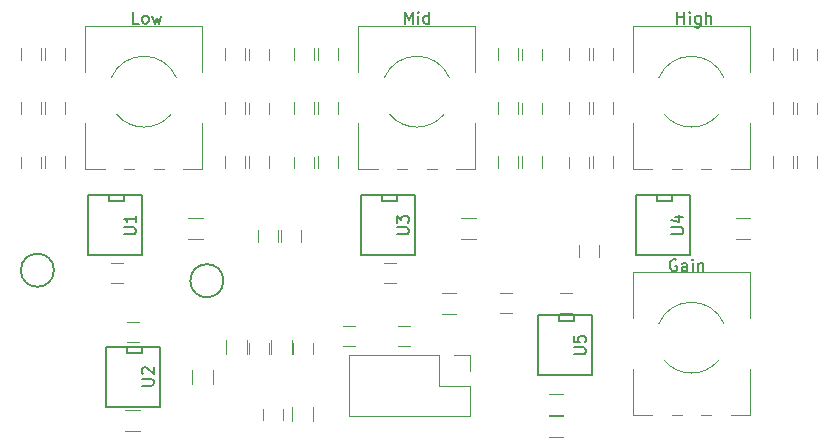
<source format=gbr>
G04 #@! TF.GenerationSoftware,KiCad,Pcbnew,5.1.5-52549c5~86~ubuntu18.04.1*
G04 #@! TF.CreationDate,2020-05-17T18:15:10-04:00*
G04 #@! TF.ProjectId,RX EQ Shield,52582045-5120-4536-9869-656c642e6b69,rev?*
G04 #@! TF.SameCoordinates,Original*
G04 #@! TF.FileFunction,Legend,Top*
G04 #@! TF.FilePolarity,Positive*
%FSLAX46Y46*%
G04 Gerber Fmt 4.6, Leading zero omitted, Abs format (unit mm)*
G04 Created by KiCad (PCBNEW 5.1.5-52549c5~86~ubuntu18.04.1) date 2020-05-17 18:15:10*
%MOMM*%
%LPD*%
G04 APERTURE LIST*
%ADD10C,0.150000*%
%ADD11C,0.120000*%
G04 APERTURE END LIST*
D10*
X158504047Y-141105000D02*
X158408809Y-141057380D01*
X158265952Y-141057380D01*
X158123095Y-141105000D01*
X158027857Y-141200238D01*
X157980238Y-141295476D01*
X157932619Y-141485952D01*
X157932619Y-141628809D01*
X157980238Y-141819285D01*
X158027857Y-141914523D01*
X158123095Y-142009761D01*
X158265952Y-142057380D01*
X158361190Y-142057380D01*
X158504047Y-142009761D01*
X158551666Y-141962142D01*
X158551666Y-141628809D01*
X158361190Y-141628809D01*
X159408809Y-142057380D02*
X159408809Y-141533571D01*
X159361190Y-141438333D01*
X159265952Y-141390714D01*
X159075476Y-141390714D01*
X158980238Y-141438333D01*
X159408809Y-142009761D02*
X159313571Y-142057380D01*
X159075476Y-142057380D01*
X158980238Y-142009761D01*
X158932619Y-141914523D01*
X158932619Y-141819285D01*
X158980238Y-141724047D01*
X159075476Y-141676428D01*
X159313571Y-141676428D01*
X159408809Y-141628809D01*
X159885000Y-142057380D02*
X159885000Y-141390714D01*
X159885000Y-141057380D02*
X159837380Y-141105000D01*
X159885000Y-141152619D01*
X159932619Y-141105000D01*
X159885000Y-141057380D01*
X159885000Y-141152619D01*
X160361190Y-141390714D02*
X160361190Y-142057380D01*
X160361190Y-141485952D02*
X160408809Y-141438333D01*
X160504047Y-141390714D01*
X160646904Y-141390714D01*
X160742142Y-141438333D01*
X160789761Y-141533571D01*
X160789761Y-142057380D01*
X158591428Y-121102380D02*
X158591428Y-120102380D01*
X158591428Y-120578571D02*
X159162857Y-120578571D01*
X159162857Y-121102380D02*
X159162857Y-120102380D01*
X159639047Y-121102380D02*
X159639047Y-120435714D01*
X159639047Y-120102380D02*
X159591428Y-120150000D01*
X159639047Y-120197619D01*
X159686666Y-120150000D01*
X159639047Y-120102380D01*
X159639047Y-120197619D01*
X160543809Y-120435714D02*
X160543809Y-121245238D01*
X160496190Y-121340476D01*
X160448571Y-121388095D01*
X160353333Y-121435714D01*
X160210476Y-121435714D01*
X160115238Y-121388095D01*
X160543809Y-121054761D02*
X160448571Y-121102380D01*
X160258095Y-121102380D01*
X160162857Y-121054761D01*
X160115238Y-121007142D01*
X160067619Y-120911904D01*
X160067619Y-120626190D01*
X160115238Y-120530952D01*
X160162857Y-120483333D01*
X160258095Y-120435714D01*
X160448571Y-120435714D01*
X160543809Y-120483333D01*
X161020000Y-121102380D02*
X161020000Y-120102380D01*
X161448571Y-121102380D02*
X161448571Y-120578571D01*
X161400952Y-120483333D01*
X161305714Y-120435714D01*
X161162857Y-120435714D01*
X161067619Y-120483333D01*
X161020000Y-120530952D01*
X135501190Y-121102380D02*
X135501190Y-120102380D01*
X135834523Y-120816666D01*
X136167857Y-120102380D01*
X136167857Y-121102380D01*
X136644047Y-121102380D02*
X136644047Y-120435714D01*
X136644047Y-120102380D02*
X136596428Y-120150000D01*
X136644047Y-120197619D01*
X136691666Y-120150000D01*
X136644047Y-120102380D01*
X136644047Y-120197619D01*
X137548809Y-121102380D02*
X137548809Y-120102380D01*
X137548809Y-121054761D02*
X137453571Y-121102380D01*
X137263095Y-121102380D01*
X137167857Y-121054761D01*
X137120238Y-121007142D01*
X137072619Y-120911904D01*
X137072619Y-120626190D01*
X137120238Y-120530952D01*
X137167857Y-120483333D01*
X137263095Y-120435714D01*
X137453571Y-120435714D01*
X137548809Y-120483333D01*
X112998333Y-121102380D02*
X112522142Y-121102380D01*
X112522142Y-120102380D01*
X113474523Y-121102380D02*
X113379285Y-121054761D01*
X113331666Y-121007142D01*
X113284047Y-120911904D01*
X113284047Y-120626190D01*
X113331666Y-120530952D01*
X113379285Y-120483333D01*
X113474523Y-120435714D01*
X113617380Y-120435714D01*
X113712619Y-120483333D01*
X113760238Y-120530952D01*
X113807857Y-120626190D01*
X113807857Y-120911904D01*
X113760238Y-121007142D01*
X113712619Y-121054761D01*
X113617380Y-121102380D01*
X113474523Y-121102380D01*
X114141190Y-120435714D02*
X114331666Y-121102380D01*
X114522142Y-120626190D01*
X114712619Y-121102380D01*
X114903095Y-120435714D01*
X120145000Y-142875000D02*
G75*
G03X120145000Y-142875000I-1400000J0D01*
G01*
X105794000Y-141986000D02*
G75*
G03X105794000Y-141986000I-1400000J0D01*
G01*
X151384000Y-145796000D02*
X151384000Y-150876000D01*
X151384000Y-150876000D02*
X146812000Y-150876000D01*
X146812000Y-150876000D02*
X146812000Y-145796000D01*
X146812000Y-145796000D02*
X151384000Y-145796000D01*
X149860000Y-145796000D02*
X149860000Y-146304000D01*
X149860000Y-146304000D02*
X148590000Y-146304000D01*
X148590000Y-146304000D02*
X148590000Y-145796000D01*
X159639000Y-135636000D02*
X159639000Y-140716000D01*
X159639000Y-140716000D02*
X155067000Y-140716000D01*
X155067000Y-140716000D02*
X155067000Y-135636000D01*
X155067000Y-135636000D02*
X159639000Y-135636000D01*
X158115000Y-135636000D02*
X158115000Y-136144000D01*
X158115000Y-136144000D02*
X156845000Y-136144000D01*
X156845000Y-136144000D02*
X156845000Y-135636000D01*
X136398000Y-135636000D02*
X136398000Y-140716000D01*
X136398000Y-140716000D02*
X131826000Y-140716000D01*
X131826000Y-140716000D02*
X131826000Y-135636000D01*
X131826000Y-135636000D02*
X136398000Y-135636000D01*
X134874000Y-135636000D02*
X134874000Y-136144000D01*
X134874000Y-136144000D02*
X133604000Y-136144000D01*
X133604000Y-136144000D02*
X133604000Y-135636000D01*
X114808000Y-148463000D02*
X114808000Y-153543000D01*
X114808000Y-153543000D02*
X110236000Y-153543000D01*
X110236000Y-153543000D02*
X110236000Y-148463000D01*
X110236000Y-148463000D02*
X114808000Y-148463000D01*
X113284000Y-148463000D02*
X113284000Y-148971000D01*
X113284000Y-148971000D02*
X112014000Y-148971000D01*
X112014000Y-148971000D02*
X112014000Y-148463000D01*
X113284000Y-135636000D02*
X113284000Y-140716000D01*
X113284000Y-140716000D02*
X108712000Y-140716000D01*
X108712000Y-140716000D02*
X108712000Y-135636000D01*
X108712000Y-135636000D02*
X113284000Y-135636000D01*
X111760000Y-135636000D02*
X111760000Y-136144000D01*
X111760000Y-136144000D02*
X110490000Y-136144000D01*
X110490000Y-136144000D02*
X110490000Y-135636000D01*
D11*
X157003568Y-146522018D02*
G75*
G02X162528000Y-146521000I2762432J-1171982D01*
G01*
X162063753Y-149622295D02*
G75*
G02X157468000Y-149622000I-2297753J1928295D01*
G01*
X154805000Y-154254000D02*
X154805000Y-150388000D01*
X154805000Y-145999000D02*
X154805000Y-142134000D01*
X164726000Y-154254000D02*
X164726000Y-150388000D01*
X164726000Y-145999000D02*
X164726000Y-142134000D01*
X154805000Y-154254000D02*
X156441000Y-154254000D01*
X158091000Y-154254000D02*
X158941000Y-154254000D01*
X160591000Y-154254000D02*
X161441000Y-154254000D01*
X163091000Y-154254000D02*
X164726000Y-154254000D01*
X154805000Y-142134000D02*
X164726000Y-142134000D01*
X157003568Y-125694018D02*
G75*
G02X162528000Y-125693000I2762432J-1171982D01*
G01*
X162063753Y-128794295D02*
G75*
G02X157468000Y-128794000I-2297753J1928295D01*
G01*
X154805000Y-133426000D02*
X154805000Y-129560000D01*
X154805000Y-125171000D02*
X154805000Y-121306000D01*
X164726000Y-133426000D02*
X164726000Y-129560000D01*
X164726000Y-125171000D02*
X164726000Y-121306000D01*
X154805000Y-133426000D02*
X156441000Y-133426000D01*
X158091000Y-133426000D02*
X158941000Y-133426000D01*
X160591000Y-133426000D02*
X161441000Y-133426000D01*
X163091000Y-133426000D02*
X164726000Y-133426000D01*
X154805000Y-121306000D02*
X164726000Y-121306000D01*
X133762568Y-125694018D02*
G75*
G02X139287000Y-125693000I2762432J-1171982D01*
G01*
X138822753Y-128794295D02*
G75*
G02X134227000Y-128794000I-2297753J1928295D01*
G01*
X131564000Y-133426000D02*
X131564000Y-129560000D01*
X131564000Y-125171000D02*
X131564000Y-121306000D01*
X141485000Y-133426000D02*
X141485000Y-129560000D01*
X141485000Y-125171000D02*
X141485000Y-121306000D01*
X131564000Y-133426000D02*
X133200000Y-133426000D01*
X134850000Y-133426000D02*
X135700000Y-133426000D01*
X137350000Y-133426000D02*
X138200000Y-133426000D01*
X139850000Y-133426000D02*
X141485000Y-133426000D01*
X131564000Y-121306000D02*
X141485000Y-121306000D01*
X110648568Y-125694018D02*
G75*
G02X116173000Y-125693000I2762432J-1171982D01*
G01*
X115708753Y-128794295D02*
G75*
G02X111113000Y-128794000I-2297753J1928295D01*
G01*
X108450000Y-133426000D02*
X108450000Y-129560000D01*
X108450000Y-125171000D02*
X108450000Y-121306000D01*
X118371000Y-133426000D02*
X118371000Y-129560000D01*
X118371000Y-125171000D02*
X118371000Y-121306000D01*
X108450000Y-133426000D02*
X110086000Y-133426000D01*
X111736000Y-133426000D02*
X112586000Y-133426000D01*
X114236000Y-133426000D02*
X115086000Y-133426000D01*
X116736000Y-133426000D02*
X118371000Y-133426000D01*
X108450000Y-121306000D02*
X118371000Y-121306000D01*
X138672000Y-143900000D02*
X139872000Y-143900000D01*
X139872000Y-145660000D02*
X138672000Y-145660000D01*
X163531000Y-137550000D02*
X164731000Y-137550000D01*
X164731000Y-139310000D02*
X163531000Y-139310000D01*
X140290000Y-137550000D02*
X141490000Y-137550000D01*
X141490000Y-139310000D02*
X140290000Y-139310000D01*
X122165000Y-147910000D02*
X122165000Y-149110000D01*
X120405000Y-149110000D02*
X120405000Y-147910000D01*
X124215000Y-149110000D02*
X124215000Y-147910000D01*
X125975000Y-147910000D02*
X125975000Y-149110000D01*
X113042000Y-155566000D02*
X111842000Y-155566000D01*
X111842000Y-153806000D02*
X113042000Y-153806000D01*
X117176000Y-137550000D02*
X118376000Y-137550000D01*
X118376000Y-139310000D02*
X117176000Y-139310000D01*
X148904000Y-156074000D02*
X147704000Y-156074000D01*
X147704000Y-154314000D02*
X148904000Y-154314000D01*
X148904000Y-154226000D02*
X147704000Y-154226000D01*
X147704000Y-152466000D02*
X148904000Y-152466000D01*
X166663000Y-132322000D02*
X166663000Y-133322000D01*
X168363000Y-133322000D02*
X168363000Y-132322000D01*
X166663000Y-127750000D02*
X166663000Y-128750000D01*
X168363000Y-128750000D02*
X168363000Y-127750000D01*
X166663000Y-123178000D02*
X166663000Y-124178000D01*
X168363000Y-124178000D02*
X168363000Y-123178000D01*
X151423000Y-132322000D02*
X151423000Y-133322000D01*
X153123000Y-133322000D02*
X153123000Y-132322000D01*
X151423000Y-127750000D02*
X151423000Y-128750000D01*
X153123000Y-128750000D02*
X153123000Y-127750000D01*
X151423000Y-123178000D02*
X151423000Y-124178000D01*
X153123000Y-124178000D02*
X153123000Y-123178000D01*
X143422000Y-132322000D02*
X143422000Y-133322000D01*
X145122000Y-133322000D02*
X145122000Y-132322000D01*
X143422000Y-127750000D02*
X143422000Y-128750000D01*
X145122000Y-128750000D02*
X145122000Y-127750000D01*
X143422000Y-123178000D02*
X143422000Y-124178000D01*
X145122000Y-124178000D02*
X145122000Y-123178000D01*
X128182000Y-132322000D02*
X128182000Y-133322000D01*
X129882000Y-133322000D02*
X129882000Y-132322000D01*
X128182000Y-127750000D02*
X128182000Y-128750000D01*
X129882000Y-128750000D02*
X129882000Y-127750000D01*
X128182000Y-123178000D02*
X128182000Y-124178000D01*
X129882000Y-124178000D02*
X129882000Y-123178000D01*
X120308000Y-132322000D02*
X120308000Y-133322000D01*
X122008000Y-133322000D02*
X122008000Y-132322000D01*
X120308000Y-127750000D02*
X120308000Y-128750000D01*
X122008000Y-128750000D02*
X122008000Y-127750000D01*
X120308000Y-123178000D02*
X120308000Y-124178000D01*
X122008000Y-124178000D02*
X122008000Y-123178000D01*
X105068000Y-132322000D02*
X105068000Y-133322000D01*
X106768000Y-133322000D02*
X106768000Y-132322000D01*
X105068000Y-127750000D02*
X105068000Y-128750000D01*
X106768000Y-128750000D02*
X106768000Y-127750000D01*
X105068000Y-123178000D02*
X105068000Y-124178000D01*
X106768000Y-124178000D02*
X106768000Y-123178000D01*
X130750000Y-149165000D02*
X130750000Y-154365000D01*
X138430000Y-149165000D02*
X130750000Y-149165000D01*
X141030000Y-154365000D02*
X130750000Y-154365000D01*
X138430000Y-149165000D02*
X138430000Y-151765000D01*
X138430000Y-151765000D02*
X141030000Y-151765000D01*
X141030000Y-151765000D02*
X141030000Y-154365000D01*
X139700000Y-149165000D02*
X141030000Y-149165000D01*
X141030000Y-149165000D02*
X141030000Y-150495000D01*
X119244000Y-150450000D02*
X119244000Y-151650000D01*
X117484000Y-151650000D02*
X117484000Y-150450000D01*
X127753000Y-153578000D02*
X127753000Y-154778000D01*
X125993000Y-154778000D02*
X125993000Y-153578000D01*
X143538000Y-145630000D02*
X144538000Y-145630000D01*
X144538000Y-143930000D02*
X143538000Y-143930000D01*
X148618000Y-145630000D02*
X149618000Y-145630000D01*
X149618000Y-143930000D02*
X148618000Y-143930000D01*
X150280000Y-139835000D02*
X150280000Y-140835000D01*
X151980000Y-140835000D02*
X151980000Y-139835000D01*
X133719000Y-143090000D02*
X134719000Y-143090000D01*
X134719000Y-141390000D02*
X133719000Y-141390000D01*
X112022000Y-148043000D02*
X113022000Y-148043000D01*
X113022000Y-146343000D02*
X112022000Y-146343000D01*
X126707000Y-139565000D02*
X126707000Y-138565000D01*
X125007000Y-138565000D02*
X125007000Y-139565000D01*
X122340000Y-148110000D02*
X122340000Y-149110000D01*
X124040000Y-149110000D02*
X124040000Y-148110000D01*
X123102000Y-138565000D02*
X123102000Y-139565000D01*
X124802000Y-139565000D02*
X124802000Y-138565000D01*
X127723000Y-149110000D02*
X127723000Y-148110000D01*
X126023000Y-148110000D02*
X126023000Y-149110000D01*
X125183000Y-154698000D02*
X125183000Y-153698000D01*
X123483000Y-153698000D02*
X123483000Y-154698000D01*
X110605000Y-143090000D02*
X111605000Y-143090000D01*
X111605000Y-141390000D02*
X110605000Y-141390000D01*
X130290000Y-148424000D02*
X131290000Y-148424000D01*
X131290000Y-146724000D02*
X130290000Y-146724000D01*
X135902000Y-146724000D02*
X134902000Y-146724000D01*
X134902000Y-148424000D02*
X135902000Y-148424000D01*
X168695000Y-132322000D02*
X168695000Y-133322000D01*
X170395000Y-133322000D02*
X170395000Y-132322000D01*
X168695000Y-123218000D02*
X168695000Y-124218000D01*
X170395000Y-124218000D02*
X170395000Y-123218000D01*
X170395000Y-128790000D02*
X170395000Y-127790000D01*
X168695000Y-127790000D02*
X168695000Y-128790000D01*
X149391000Y-132362000D02*
X149391000Y-133362000D01*
X151091000Y-133362000D02*
X151091000Y-132362000D01*
X149391000Y-123178000D02*
X149391000Y-124178000D01*
X151091000Y-124178000D02*
X151091000Y-123178000D01*
X151091000Y-128750000D02*
X151091000Y-127750000D01*
X149391000Y-127750000D02*
X149391000Y-128750000D01*
X145454000Y-132322000D02*
X145454000Y-133322000D01*
X147154000Y-133322000D02*
X147154000Y-132322000D01*
X145454000Y-123218000D02*
X145454000Y-124218000D01*
X147154000Y-124218000D02*
X147154000Y-123218000D01*
X147154000Y-128790000D02*
X147154000Y-127790000D01*
X145454000Y-127790000D02*
X145454000Y-128790000D01*
X126150000Y-132362000D02*
X126150000Y-133362000D01*
X127850000Y-133362000D02*
X127850000Y-132362000D01*
X126150000Y-123178000D02*
X126150000Y-124178000D01*
X127850000Y-124178000D02*
X127850000Y-123178000D01*
X127850000Y-128750000D02*
X127850000Y-127750000D01*
X126150000Y-127750000D02*
X126150000Y-128750000D01*
X122340000Y-132322000D02*
X122340000Y-133322000D01*
X124040000Y-133322000D02*
X124040000Y-132322000D01*
X122340000Y-123218000D02*
X122340000Y-124218000D01*
X124040000Y-124218000D02*
X124040000Y-123218000D01*
X124040000Y-128790000D02*
X124040000Y-127790000D01*
X122340000Y-127790000D02*
X122340000Y-128790000D01*
X103036000Y-132362000D02*
X103036000Y-133362000D01*
X104736000Y-133362000D02*
X104736000Y-132362000D01*
X103036000Y-123178000D02*
X103036000Y-124178000D01*
X104736000Y-124178000D02*
X104736000Y-123178000D01*
X104736000Y-128750000D02*
X104736000Y-127750000D01*
X103036000Y-127750000D02*
X103036000Y-128750000D01*
D10*
X149820380Y-149097904D02*
X150629904Y-149097904D01*
X150725142Y-149050285D01*
X150772761Y-149002666D01*
X150820380Y-148907428D01*
X150820380Y-148716952D01*
X150772761Y-148621714D01*
X150725142Y-148574095D01*
X150629904Y-148526476D01*
X149820380Y-148526476D01*
X149820380Y-147574095D02*
X149820380Y-148050285D01*
X150296571Y-148097904D01*
X150248952Y-148050285D01*
X150201333Y-147955047D01*
X150201333Y-147716952D01*
X150248952Y-147621714D01*
X150296571Y-147574095D01*
X150391809Y-147526476D01*
X150629904Y-147526476D01*
X150725142Y-147574095D01*
X150772761Y-147621714D01*
X150820380Y-147716952D01*
X150820380Y-147955047D01*
X150772761Y-148050285D01*
X150725142Y-148097904D01*
X158075380Y-138937904D02*
X158884904Y-138937904D01*
X158980142Y-138890285D01*
X159027761Y-138842666D01*
X159075380Y-138747428D01*
X159075380Y-138556952D01*
X159027761Y-138461714D01*
X158980142Y-138414095D01*
X158884904Y-138366476D01*
X158075380Y-138366476D01*
X158408714Y-137461714D02*
X159075380Y-137461714D01*
X158027761Y-137699809D02*
X158742047Y-137937904D01*
X158742047Y-137318857D01*
X134834380Y-138937904D02*
X135643904Y-138937904D01*
X135739142Y-138890285D01*
X135786761Y-138842666D01*
X135834380Y-138747428D01*
X135834380Y-138556952D01*
X135786761Y-138461714D01*
X135739142Y-138414095D01*
X135643904Y-138366476D01*
X134834380Y-138366476D01*
X134834380Y-137985523D02*
X134834380Y-137366476D01*
X135215333Y-137699809D01*
X135215333Y-137556952D01*
X135262952Y-137461714D01*
X135310571Y-137414095D01*
X135405809Y-137366476D01*
X135643904Y-137366476D01*
X135739142Y-137414095D01*
X135786761Y-137461714D01*
X135834380Y-137556952D01*
X135834380Y-137842666D01*
X135786761Y-137937904D01*
X135739142Y-137985523D01*
X113244380Y-151764904D02*
X114053904Y-151764904D01*
X114149142Y-151717285D01*
X114196761Y-151669666D01*
X114244380Y-151574428D01*
X114244380Y-151383952D01*
X114196761Y-151288714D01*
X114149142Y-151241095D01*
X114053904Y-151193476D01*
X113244380Y-151193476D01*
X113339619Y-150764904D02*
X113292000Y-150717285D01*
X113244380Y-150622047D01*
X113244380Y-150383952D01*
X113292000Y-150288714D01*
X113339619Y-150241095D01*
X113434857Y-150193476D01*
X113530095Y-150193476D01*
X113672952Y-150241095D01*
X114244380Y-150812523D01*
X114244380Y-150193476D01*
X111720380Y-138937904D02*
X112529904Y-138937904D01*
X112625142Y-138890285D01*
X112672761Y-138842666D01*
X112720380Y-138747428D01*
X112720380Y-138556952D01*
X112672761Y-138461714D01*
X112625142Y-138414095D01*
X112529904Y-138366476D01*
X111720380Y-138366476D01*
X112720380Y-137366476D02*
X112720380Y-137937904D01*
X112720380Y-137652190D02*
X111720380Y-137652190D01*
X111863238Y-137747428D01*
X111958476Y-137842666D01*
X112006095Y-137937904D01*
M02*

</source>
